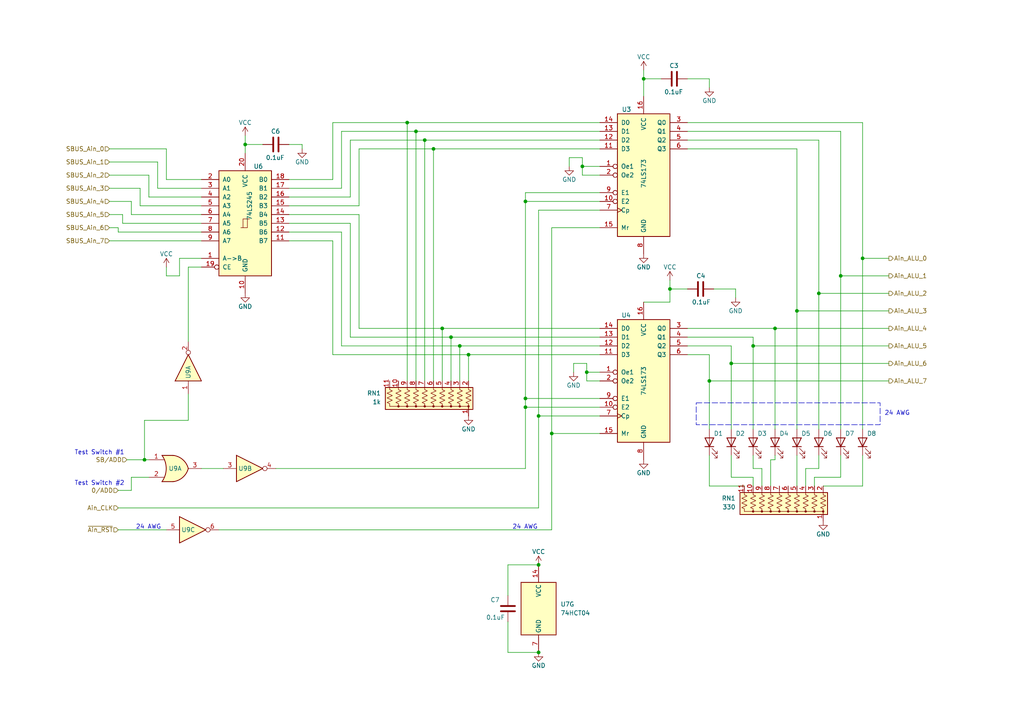
<source format=kicad_sch>
(kicad_sch (version 20230121) (generator eeschema)
  (paper "A4")
  (title_block (title "PRP-6502 -- ALU : A Input Register") (date "2023-07-06") (rev "1") (company "PRP-DIY"))
  (lib_symbols
    (symbol "74xx:74HCT04"
      (property "Reference" "U" (at 0 1.27 0))
      (property "Value" "74HCT04" (at 0 -1.27 0))
      (symbol "74HCT04_1_0"
        (polyline (pts (xy -3.81 3.81) (xy -3.81 -3.81) (xy 3.81 0) (xy -3.81 3.81)) (stroke (width 0.254)) (fill (type background)))
        (pin input line (at -7.62 0 0) (length 3.81) (name "~") (number "1"))
        (pin output inverted (at 7.62 0 180) (length 3.81) (name "~") (number "2"))
      )
      (symbol "74HCT04_2_0"
        (polyline (pts (xy -3.81 3.81) (xy -3.81 -3.81) (xy 3.81 0) (xy -3.81 3.81)) (stroke (width 0.254)) (fill (type background)))
        (pin input line (at -7.62 0 0) (length 3.81) (name "~") (number "3"))
        (pin output inverted (at 7.62 0 180) (length 3.81) (name "~") (number "4"))
      )
      (symbol "74HCT04_3_0"
        (polyline (pts (xy -3.81 3.81) (xy -3.81 -3.81) (xy 3.81 0) (xy -3.81 3.81)) (stroke (width 0.254)) (fill (type background)))
        (pin input line (at -7.62 0 0) (length 3.81) (name "~") (number "5"))
        (pin output inverted (at 7.62 0 180) (length 3.81) (name "~") (number "6"))
      )
      (symbol "74HCT04_4_0"
        (polyline (pts (xy -3.81 3.81) (xy -3.81 -3.81) (xy 3.81 0) (xy -3.81 3.81)) (stroke (width 0.254)) (fill (type background)))
        (pin output inverted (at 7.62 0 180) (length 3.81) (name "~") (number "8"))
        (pin input line (at -7.62 0 0) (length 3.81) (name "~") (number "9"))
      )
      (symbol "74HCT04_5_0"
        (polyline (pts (xy -3.81 3.81) (xy -3.81 -3.81) (xy 3.81 0) (xy -3.81 3.81)) (stroke (width 0.254)) (fill (type background)))
        (pin output inverted (at 7.62 0 180) (length 3.81) (name "~") (number "10"))
        (pin input line (at -7.62 0 0) (length 3.81) (name "~") (number "11"))
      )
      (symbol "74HCT04_6_0"
        (polyline (pts (xy -3.81 3.81) (xy -3.81 -3.81) (xy 3.81 0) (xy -3.81 3.81)) (stroke (width 0.254)) (fill (type background)))
        (pin output inverted (at 7.62 0 180) (length 3.81) (name "~") (number "12"))
        (pin input line (at -7.62 0 0) (length 3.81) (name "~") (number "13"))
      )
      (symbol "74HCT04_7_0"
        (pin power_in line (at 0 12.7 270) (length 5.08) (name "VCC") (number "14"))
        (pin power_in line (at 0 -12.7 90) (length 5.08) (name "GND") (number "7"))
      )
      (symbol "74HCT04_7_1"
        (rectangle (start -5.08 7.62) (end 5.08 -7.62) (stroke (width 0.254)) (fill (type background)))
      )
    )
    (symbol "74xx:74LS04"
      (property "Reference" "U" (at 0 1.27 0))
      (property "Value" "74LS04" (at 0 -1.27 0))
      (symbol "74LS04_1_0"
        (polyline (pts (xy -3.81 3.81) (xy -3.81 -3.81) (xy 3.81 0) (xy -3.81 3.81)) (stroke (width 0.254)) (fill (type background)))
        (pin input line (at -7.62 0 0) (length 3.81) (name "~") (number "1"))
        (pin output inverted (at 7.62 0 180) (length 3.81) (name "~") (number "2"))
      )
      (symbol "74LS04_2_0"
        (polyline (pts (xy -3.81 3.81) (xy -3.81 -3.81) (xy 3.81 0) (xy -3.81 3.81)) (stroke (width 0.254)) (fill (type background)))
        (pin input line (at -7.62 0 0) (length 3.81) (name "~") (number "3"))
        (pin output inverted (at 7.62 0 180) (length 3.81) (name "~") (number "4"))
      )
      (symbol "74LS04_3_0"
        (polyline (pts (xy -3.81 3.81) (xy -3.81 -3.81) (xy 3.81 0) (xy -3.81 3.81)) (stroke (width 0.254)) (fill (type background)))
        (pin input line (at -7.62 0 0) (length 3.81) (name "~") (number "5"))
        (pin output inverted (at 7.62 0 180) (length 3.81) (name "~") (number "6"))
      )
      (symbol "74LS04_4_0"
        (polyline (pts (xy -3.81 3.81) (xy -3.81 -3.81) (xy 3.81 0) (xy -3.81 3.81)) (stroke (width 0.254)) (fill (type background)))
        (pin output inverted (at 7.62 0 180) (length 3.81) (name "~") (number "8"))
        (pin input line (at -7.62 0 0) (length 3.81) (name "~") (number "9"))
      )
      (symbol "74LS04_5_0"
        (polyline (pts (xy -3.81 3.81) (xy -3.81 -3.81) (xy 3.81 0) (xy -3.81 3.81)) (stroke (width 0.254)) (fill (type background)))
        (pin output inverted (at 7.62 0 180) (length 3.81) (name "~") (number "10"))
        (pin input line (at -7.62 0 0) (length 3.81) (name "~") (number "11"))
      )
      (symbol "74LS04_6_0"
        (polyline (pts (xy -3.81 3.81) (xy -3.81 -3.81) (xy 3.81 0) (xy -3.81 3.81)) (stroke (width 0.254)) (fill (type background)))
        (pin output inverted (at 7.62 0 180) (length 3.81) (name "~") (number "12"))
        (pin input line (at -7.62 0 0) (length 3.81) (name "~") (number "13"))
      )
      (symbol "74LS04_7_0"
        (pin power_in line (at 0 12.7 270) (length 5.08) (name "VCC") (number "14"))
        (pin power_in line (at 0 -12.7 90) (length 5.08) (name "GND") (number "7"))
      )
      (symbol "74LS04_7_1"
        (rectangle (start -5.08 7.62) (end 5.08 -7.62) (stroke (width 0.254)) (fill (type background)))
      )
    )
    (symbol "74xx:74LS173" (pin_names (offset 1.016))
      (property "Reference" "U" (at -7.62 19.05 0))
      (property "Value" "74LS173" (at -7.62 -19.05 0))
      (symbol "74LS173_1_0"
        (pin input inverted (at -12.7 2.54 0) (length 5.08) (name "Oe1") (number "1"))
        (pin input inverted (at -12.7 -7.62 0) (length 5.08) (name "E2") (number "10"))
        (pin input line (at -12.7 7.62 0) (length 5.08) (name "D3") (number "11"))
        (pin input line (at -12.7 10.16 0) (length 5.08) (name "D2") (number "12"))
        (pin input line (at -12.7 12.7 0) (length 5.08) (name "D1") (number "13"))
        (pin input line (at -12.7 15.24 0) (length 5.08) (name "D0") (number "14"))
        (pin input line (at -12.7 -15.24 0) (length 5.08) (name "Mr") (number "15"))
        (pin power_in line (at 0 22.86 270) (length 5.08) (name "VCC") (number "16"))
        (pin input inverted (at -12.7 0 0) (length 5.08) (name "Oe2") (number "2"))
        (pin tri_state line (at 12.7 15.24 180) (length 5.08) (name "Q0") (number "3"))
        (pin tri_state line (at 12.7 12.7 180) (length 5.08) (name "Q1") (number "4"))
        (pin tri_state line (at 12.7 10.16 180) (length 5.08) (name "Q2") (number "5"))
        (pin tri_state line (at 12.7 7.62 180) (length 5.08) (name "Q3") (number "6"))
        (pin input clock (at -12.7 -10.16 0) (length 5.08) (name "Cp") (number "7"))
        (pin power_in line (at 0 -22.86 90) (length 5.08) (name "GND") (number "8"))
        (pin input inverted (at -12.7 -5.08 0) (length 5.08) (name "E1") (number "9"))
      )
      (symbol "74LS173_1_1"
        (rectangle (start -7.62 17.78) (end 7.62 -17.78) (stroke (width 0.254)) (fill (type background)))
      )
    )
    (symbol "74xx:74LS245" (pin_names (offset 1.016))
      (property "Reference" "U" (at -7.62 16.51 0))
      (property "Value" "74LS245" (at -7.62 -16.51 0))
      (symbol "74LS245_1_0"
        (polyline (pts (xy -0.635 -1.27) (xy -0.635 1.27) (xy 0.635 1.27)))
        (polyline (pts (xy -1.27 -1.27) (xy 0.635 -1.27) (xy 0.635 1.27) (xy 1.27 1.27)))
        (pin input line (at -12.7 -10.16 0) (length 5.08) (name "A->B") (number "1"))
        (pin power_in line (at 0 -20.32 90) (length 5.08) (name "GND") (number "10"))
        (pin tri_state line (at 12.7 -5.08 180) (length 5.08) (name "B7") (number "11"))
        (pin tri_state line (at 12.7 -2.54 180) (length 5.08) (name "B6") (number "12"))
        (pin tri_state line (at 12.7 0 180) (length 5.08) (name "B5") (number "13"))
        (pin tri_state line (at 12.7 2.54 180) (length 5.08) (name "B4") (number "14"))
        (pin tri_state line (at 12.7 5.08 180) (length 5.08) (name "B3") (number "15"))
        (pin tri_state line (at 12.7 7.62 180) (length 5.08) (name "B2") (number "16"))
        (pin tri_state line (at 12.7 10.16 180) (length 5.08) (name "B1") (number "17"))
        (pin tri_state line (at 12.7 12.7 180) (length 5.08) (name "B0") (number "18"))
        (pin input inverted (at -12.7 -12.7 0) (length 5.08) (name "CE") (number "19"))
        (pin tri_state line (at -12.7 12.7 0) (length 5.08) (name "A0") (number "2"))
        (pin power_in line (at 0 20.32 270) (length 5.08) (name "VCC") (number "20"))
        (pin tri_state line (at -12.7 10.16 0) (length 5.08) (name "A1") (number "3"))
        (pin tri_state line (at -12.7 7.62 0) (length 5.08) (name "A2") (number "4"))
        (pin tri_state line (at -12.7 5.08 0) (length 5.08) (name "A3") (number "5"))
        (pin tri_state line (at -12.7 2.54 0) (length 5.08) (name "A4") (number "6"))
        (pin tri_state line (at -12.7 0 0) (length 5.08) (name "A5") (number "7"))
        (pin tri_state line (at -12.7 -2.54 0) (length 5.08) (name "A6") (number "8"))
        (pin tri_state line (at -12.7 -5.08 0) (length 5.08) (name "A7") (number "9"))
      )
      (symbol "74LS245_1_1"
        (rectangle (start -7.62 15.24) (end 7.62 -15.24) (stroke (width 0.254)) (fill (type background)))
      )
    )
    (symbol "74xx:74LS32" (pin_names (offset 1.016))
      (property "Reference" "U" (at 0 1.27 0))
      (property "Value" "74LS32" (at 0 -1.27 0))
      (symbol "74LS32_1_1"
        (arc (start -3.81 -3.81) (mid -2.589 0) (end -3.81 3.81) (stroke (width 0.254)))
        (arc (start -0.6096 -3.81) (mid 2.1842 -2.5851) (end 3.81 0) (stroke (width 0.254)) (fill (type background)))
        (polyline (pts (xy -3.81 -3.81) (xy -0.635 -3.81)) (stroke (width 0.254)) (fill (type background)))
        (polyline (pts (xy -3.81 3.81) (xy -0.635 3.81)) (stroke (width 0.254)) (fill (type background)))
        (polyline (pts (xy -0.635 3.81) (xy -3.81 3.81) (xy -3.81 3.81) (xy -3.556 3.4036) (xy -3.0226 2.2606) (xy -2.6924 1.0414) (xy -2.6162 -0.254) (xy -2.7686 -1.4986) (xy -3.175 -2.7178) (xy -3.81 -3.81) (xy -3.81 -3.81) (xy -0.635 -3.81)) (stroke (width -25.4)) (fill (type background)))
        (arc (start 3.81 0) (mid 2.1915 2.5936) (end -0.6096 3.81) (stroke (width 0.254)) (fill (type background)))
        (pin input line (at -7.62 2.54 0) (length 4.318) (name "~") (number "1"))
        (pin input line (at -7.62 -2.54 0) (length 4.318) (name "~") (number "2"))
        (pin output line (at 7.62 0 180) (length 3.81) (name "~") (number "3"))
      )
      (symbol "74LS32_1_2"
        (arc (start 0 -3.81) (mid 3.7934 0) (end 0 3.81) (stroke (width 0.254)) (fill (type background)))
        (polyline (pts (xy 0 3.81) (xy -3.81 3.81) (xy -3.81 -3.81) (xy 0 -3.81)) (stroke (width 0.254)) (fill (type background)))
        (pin input inverted (at -7.62 2.54 0) (length 3.81) (name "~") (number "1"))
        (pin input inverted (at -7.62 -2.54 0) (length 3.81) (name "~") (number "2"))
        (pin output inverted (at 7.62 0 180) (length 3.81) (name "~") (number "3"))
      )
      (symbol "74LS32_2_1"
        (arc (start -3.81 -3.81) (mid -2.589 0) (end -3.81 3.81) (stroke (width 0.254)))
        (arc (start -0.6096 -3.81) (mid 2.1842 -2.5851) (end 3.81 0) (stroke (width 0.254)) (fill (type background)))
        (polyline (pts (xy -3.81 -3.81) (xy -0.635 -3.81)) (stroke (width 0.254)) (fill (type background)))
        (polyline (pts (xy -3.81 3.81) (xy -0.635 3.81)) (stroke (width 0.254)) (fill (type background)))
        (polyline (pts (xy -0.635 3.81) (xy -3.81 3.81) (xy -3.81 3.81) (xy -3.556 3.4036) (xy -3.0226 2.2606) (xy -2.6924 1.0414) (xy -2.6162 -0.254) (xy -2.7686 -1.4986) (xy -3.175 -2.7178) (xy -3.81 -3.81) (xy -3.81 -3.81) (xy -0.635 -3.81)) (stroke (width -25.4)) (fill (type background)))
        (arc (start 3.81 0) (mid 2.1915 2.5936) (end -0.6096 3.81) (stroke (width 0.254)) (fill (type background)))
        (pin input line (at -7.62 2.54 0) (length 4.318) (name "~") (number "4"))
        (pin input line (at -7.62 -2.54 0) (length 4.318) (name "~") (number "5"))
        (pin output line (at 7.62 0 180) (length 3.81) (name "~") (number "6"))
      )
      (symbol "74LS32_2_2"
        (arc (start 0 -3.81) (mid 3.7934 0) (end 0 3.81) (stroke (width 0.254)) (fill (type background)))
        (polyline (pts (xy 0 3.81) (xy -3.81 3.81) (xy -3.81 -3.81) (xy 0 -3.81)) (stroke (width 0.254)) (fill (type background)))
        (pin input inverted (at -7.62 2.54 0) (length 3.81) (name "~") (number "4"))
        (pin input inverted (at -7.62 -2.54 0) (length 3.81) (name "~") (number "5"))
        (pin output inverted (at 7.62 0 180) (length 3.81) (name "~") (number "6"))
      )
      (symbol "74LS32_3_1"
        (arc (start -3.81 -3.81) (mid -2.589 0) (end -3.81 3.81) (stroke (width 0.254)))
        (arc (start -0.6096 -3.81) (mid 2.1842 -2.5851) (end 3.81 0) (stroke (width 0.254)) (fill (type background)))
        (polyline (pts (xy -3.81 -3.81) (xy -0.635 -3.81)) (stroke (width 0.254)) (fill (type background)))
        (polyline (pts (xy -3.81 3.81) (xy -0.635 3.81)) (stroke (width 0.254)) (fill (type background)))
        (polyline (pts (xy -0.635 3.81) (xy -3.81 3.81) (xy -3.81 3.81) (xy -3.556 3.4036) (xy -3.0226 2.2606) (xy -2.6924 1.0414) (xy -2.6162 -0.254) (xy -2.7686 -1.4986) (xy -3.175 -2.7178) (xy -3.81 -3.81) (xy -3.81 -3.81) (xy -0.635 -3.81)) (stroke (width -25.4)) (fill (type background)))
        (arc (start 3.81 0) (mid 2.1915 2.5936) (end -0.6096 3.81) (stroke (width 0.254)) (fill (type background)))
        (pin input line (at -7.62 -2.54 0) (length 4.318) (name "~") (number "10"))
        (pin output line (at 7.62 0 180) (length 3.81) (name "~") (number "8"))
        (pin input line (at -7.62 2.54 0) (length 4.318) (name "~") (number "9"))
      )
      (symbol "74LS32_3_2"
        (arc (start 0 -3.81) (mid 3.7934 0) (end 0 3.81) (stroke (width 0.254)) (fill (type background)))
        (polyline (pts (xy 0 3.81) (xy -3.81 3.81) (xy -3.81 -3.81) (xy 0 -3.81)) (stroke (width 0.254)) (fill (type background)))
        (pin input inverted (at -7.62 -2.54 0) (length 3.81) (name "~") (number "10"))
        (pin output inverted (at 7.62 0 180) (length 3.81) (name "~") (number "8"))
        (pin input inverted (at -7.62 2.54 0) (length 3.81) (name "~") (number "9"))
      )
      (symbol "74LS32_4_1"
        (arc (start -3.81 -3.81) (mid -2.589 0) (end -3.81 3.81) (stroke (width 0.254)))
        (arc (start -0.6096 -3.81) (mid 2.1842 -2.5851) (end 3.81 0) (stroke (width 0.254)) (fill (type background)))
        (polyline (pts (xy -3.81 -3.81) (xy -0.635 -3.81)) (stroke (width 0.254)) (fill (type background)))
        (polyline (pts (xy -3.81 3.81) (xy -0.635 3.81)) (stroke (width 0.254)) (fill (type background)))
        (polyline (pts (xy -0.635 3.81) (xy -3.81 3.81) (xy -3.81 3.81) (xy -3.556 3.4036) (xy -3.0226 2.2606) (xy -2.6924 1.0414) (xy -2.6162 -0.254) (xy -2.7686 -1.4986) (xy -3.175 -2.7178) (xy -3.81 -3.81) (xy -3.81 -3.81) (xy -0.635 -3.81)) (stroke (width -25.4)) (fill (type background)))
        (arc (start 3.81 0) (mid 2.1915 2.5936) (end -0.6096 3.81) (stroke (width 0.254)) (fill (type background)))
        (pin output line (at 7.62 0 180) (length 3.81) (name "~") (number "11"))
        (pin input line (at -7.62 2.54 0) (length 4.318) (name "~") (number "12"))
        (pin input line (at -7.62 -2.54 0) (length 4.318) (name "~") (number "13"))
      )
      (symbol "74LS32_4_2"
        (arc (start 0 -3.81) (mid 3.7934 0) (end 0 3.81) (stroke (width 0.254)) (fill (type background)))
        (polyline (pts (xy 0 3.81) (xy -3.81 3.81) (xy -3.81 -3.81) (xy 0 -3.81)) (stroke (width 0.254)) (fill (type background)))
        (pin output inverted (at 7.62 0 180) (length 3.81) (name "~") (number "11"))
        (pin input inverted (at -7.62 2.54 0) (length 3.81) (name "~") (number "12"))
        (pin input inverted (at -7.62 -2.54 0) (length 3.81) (name "~") (number "13"))
      )
      (symbol "74LS32_5_0"
        (pin power_in line (at 0 12.7 270) (length 5.08) (name "VCC") (number "14"))
        (pin power_in line (at 0 -12.7 90) (length 5.08) (name "GND") (number "7"))
      )
      (symbol "74LS32_5_1"
        (rectangle (start -5.08 7.62) (end 5.08 -7.62) (stroke (width 0.254)) (fill (type background)))
      )
    )
    (symbol "Device:C" (pin_numbers hide) (pin_names (offset 0.254))
      (property "Reference" "C" (at 0.635 2.54 0))
      (property "Value" "C" (at 0.635 -2.54 0))
      (symbol "C_0_1"
        (polyline (pts (xy -2.032 -0.762) (xy 2.032 -0.762)) (stroke (width 0.508)))
        (polyline (pts (xy -2.032 0.762) (xy 2.032 0.762)) (stroke (width 0.508)))
      )
      (symbol "C_1_1"
        (pin passive line (at 0 3.81 270) (length 2.794) (name "~") (number "1"))
        (pin passive line (at 0 -3.81 90) (length 2.794) (name "~") (number "2"))
      )
    )
    (symbol "Device:LED" (pin_numbers hide) (pin_names (offset 1.016) hide)
      (property "Reference" "D" (at 0 2.54 0))
      (property "Value" "LED" (at 0 -2.54 0))
      (symbol "LED_0_1"
        (polyline (pts (xy -1.27 -1.27) (xy -1.27 1.27)) (stroke (width 0.254)))
        (polyline (pts (xy -1.27 0) (xy 1.27 0)))
        (polyline (pts (xy 1.27 -1.27) (xy 1.27 1.27) (xy -1.27 0) (xy 1.27 -1.27)) (stroke (width 0.254)))
        (polyline (pts (xy -3.048 -0.762) (xy -4.572 -2.286) (xy -3.81 -2.286) (xy -4.572 -2.286) (xy -4.572 -1.524)))
        (polyline (pts (xy -1.778 -0.762) (xy -3.302 -2.286) (xy -2.54 -2.286) (xy -3.302 -2.286) (xy -3.302 -1.524)))
      )
      (symbol "LED_1_1"
        (pin passive line (at -3.81 0 0) (length 2.54) (name "K") (number "1"))
        (pin passive line (at 3.81 0 180) (length 2.54) (name "A") (number "2"))
      )
    )
    (symbol "Device:R_Network10_US" (pin_names (offset 0) hide)
      (property "Reference" "RN" (at -15.24 0 90))
      (property "Value" "R_Network10_US" (at 12.7 0 90))
      (symbol "R_Network10_US_0_1"
        (rectangle (start -13.97 -3.175) (end 11.43 3.175) (stroke (width 0.254)) (fill (type background)))
        (circle (center -12.7 2.286) (radius 0.254) (fill (type outline)))
        (circle (center -10.16 2.286) (radius 0.254) (fill (type outline)))
        (circle (center -7.62 2.286) (radius 0.254) (fill (type outline)))
        (circle (center -5.08 2.286) (radius 0.254) (fill (type outline)))
        (circle (center -2.54 2.286) (radius 0.254) (fill (type outline)))
        (polyline (pts (xy -12.7 2.286) (xy 10.16 2.286)))
        (polyline (pts (xy -12.7 2.286) (xy -12.7 1.524) (xy -11.938 1.1684) (xy -13.462 0.508) (xy -11.938 -0.1524) (xy -13.462 -0.8382) (xy -11.938 -1.524) (xy -13.462 -2.1844) (xy -12.7 -2.54) (xy -12.7 -3.81)))
        (polyline (pts (xy -10.16 2.286) (xy -10.16 1.524) (xy -9.398 1.1684) (xy -10.922 0.508) (xy -9.398 -0.1524) (xy -10.922 -0.8382) (xy -9.398 -1.524) (xy -10.922 -2.1844) (xy -10.16 -2.54) (xy -10.16 -3.81)))
        (polyline (pts (xy -7.62 2.286) (xy -7.62 1.524) (xy -6.858 1.1684) (xy -8.382 0.508) (xy -6.858 -0.1524) (xy -8.382 -0.8382) (xy -6.858 -1.524) (xy -8.382 -2.1844) (xy -7.62 -2.54) (xy -7.62 -3.81)))
        (polyline (pts (xy -5.08 2.286) (xy -5.08 1.524) (xy -4.318 1.1684) (xy -5.842 0.508) (xy -4.318 -0.1524) (xy -5.842 -0.8382) (xy -4.318 -1.524) (xy -5.842 -2.1844) (xy -5.08 -2.54) (xy -5.08 -3.81)))
        (polyline (pts (xy -2.54 2.286) (xy -2.54 1.524) (xy -1.778 1.1684) (xy -3.302 0.508) (xy -1.778 -0.1524) (xy -3.302 -0.8382) (xy -1.778 -1.524) (xy -3.302 -2.1844) (xy -2.54 -2.54) (xy -2.54 -3.81)))
        (polyline (pts (xy 0 2.286) (xy 0 1.524) (xy 0.762 1.1684) (xy -0.762 0.508) (xy 0.762 -0.1524) (xy -0.762 -0.8382) (xy 0.762 -1.524) (xy -0.762 -2.1844) (xy 0 -2.54) (xy 0 -3.81)))
        (polyline (pts (xy 2.54 2.286) (xy 2.54 1.524) (xy 3.302 1.1684) (xy 1.778 0.508) (xy 3.302 -0.1524) (xy 1.778 -0.8382) (xy 3.302 -1.524) (xy 1.778 -2.1844) (xy 2.54 -2.54) (xy 2.54 -3.81)))
        (polyline (pts (xy 5.08 2.286) (xy 5.08 1.524) (xy 5.842 1.1684) (xy 4.318 0.508) (xy 5.842 -0.1524) (xy 4.318 -0.8382) (xy 5.842 -1.524) (xy 4.318 -2.1844) (xy 5.08 -2.54) (xy 5.08 -3.81)))
        (polyline (pts (xy 7.62 2.286) (xy 7.62 1.524) (xy 8.382 1.1684) (xy 6.858 0.508) (xy 8.382 -0.1524) (xy 6.858 -0.8382) (xy 8.382 -1.524) (xy 6.858 -2.1844) (xy 7.62 -2.54) (xy 7.62 -3.81)))
        (polyline (pts (xy 10.16 2.286) (xy 10.16 1.524) (xy 10.922 1.1684) (xy 9.398 0.508) (xy 10.922 -0.1524) (xy 9.398 -0.8382) (xy 10.922 -1.524) (xy 9.398 -2.1844) (xy 10.16 -2.54) (xy 10.16 -3.81)))
        (circle (center 0 2.286) (radius 0.254) (fill (type outline)))
        (circle (center 2.54 2.286) (radius 0.254) (fill (type outline)))
        (circle (center 5.08 2.286) (radius 0.254) (fill (type outline)))
        (circle (center 7.62 2.286) (radius 0.254) (fill (type outline)))
      )
      (symbol "R_Network10_US_1_1"
        (pin passive line (at -12.7 5.08 270) (length 2.54) (name "common") (number "1"))
        (pin passive line (at 7.62 -5.08 90) (length 1.27) (name "R9") (number "10"))
        (pin passive line (at 10.16 -5.08 90) (length 1.27) (name "R10") (number "11"))
        (pin passive line (at -12.7 -5.08 90) (length 1.27) (name "R1") (number "2"))
        (pin passive line (at -10.16 -5.08 90) (length 1.27) (name "R2") (number "3"))
        (pin passive line (at -7.62 -5.08 90) (length 1.27) (name "R3") (number "4"))
        (pin passive line (at -5.08 -5.08 90) (length 1.27) (name "R4") (number "5"))
        (pin passive line (at -2.54 -5.08 90) (length 1.27) (name "R5") (number "6"))
        (pin passive line (at 0 -5.08 90) (length 1.27) (name "R6") (number "7"))
        (pin passive line (at 2.54 -5.08 90) (length 1.27) (name "R7") (number "8"))
        (pin passive line (at 5.08 -5.08 90) (length 1.27) (name "R8") (number "9"))
      )
    )
    (symbol "power:GND" (power) (pin_names (offset 0))
      (property "Value" "GND" (at 0 -3.81 0))
      (symbol "GND_0_1"
        (polyline (pts (xy 0 0) (xy 0 -1.27) (xy 1.27 -1.27) (xy 0 -2.54) (xy -1.27 -1.27) (xy 0 -1.27)))
      )
      (symbol "GND_1_1"
        (pin power_in line (at 0 0 270) (length 0) hide (name "GND") (number "1"))
      )
    )
    (symbol "power:VCC" (power) (pin_names (offset 0))
      (property "Value" "VCC" (at 0 3.81 0))
      (symbol "VCC_0_1"
        (polyline (pts (xy -0.762 1.27) (xy 0 2.54)))
        (polyline (pts (xy 0 0) (xy 0 2.54)))
        (polyline (pts (xy 0 2.54) (xy 0.762 1.27)))
      )
      (symbol "VCC_1_1"
        (pin power_in line (at 0 0 90) (length 0) hide (name "VCC") (number "1"))
      )
    )
  )
  (junction (at 152.4 58.42))
  (junction (at 205.74 110.49))
  (junction (at 71.12 41.91))
  (junction (at 133.35 100.33))
  (junction (at 120.65 38.1))
  (junction (at 128.27 95.25))
  (junction (at 224.79 95.25))
  (junction (at 231.14 90.17))
  (junction (at 168.91 48.26))
  (junction (at 156.21 120.65))
  (junction (at 125.73 43.18))
  (junction (at 170.18 107.95))
  (junction (at 130.81 97.79))
  (junction (at 152.4 118.11))
  (junction (at 156.21 163.83))
  (junction (at 123.19 40.64))
  (junction (at 243.84 80.01))
  (junction (at 250.19 74.93))
  (junction (at 156.21 189.23))
  (junction (at 218.44 100.33))
  (junction (at 194.31 83.82))
  (junction (at 212.09 105.41))
  (junction (at 118.11 35.56))
  (junction (at 237.49 85.09))
  (junction (at 160.02 125.73))
  (junction (at 41.91 133.35))
  (junction (at 135.89 102.87))
  (junction (at 152.4 115.57))
  (junction (at 186.69 22.86))
  (wire (pts (xy 156.21 120.65) (xy 156.21 147.32)))
  (wire (pts (xy 238.76 140.97) (xy 250.19 140.97)))
  (wire (pts (xy 224.79 133.35) (xy 224.79 132.08)))
  (wire (pts (xy 173.99 50.8) (xy 168.91 50.8)))
  (wire (pts (xy 54.61 114.3) (xy 54.61 121.92)))
  (wire (pts (xy 38.1 58.42) (xy 31.75 58.42)))
  (wire (pts (xy 34.29 66.04) (xy 31.75 66.04)))
  (wire (pts (xy 205.74 110.49) (xy 257.81 110.49)))
  (wire (pts (xy 104.14 62.23) (xy 83.82 62.23)))
  (wire (pts (xy 224.79 95.25) (xy 224.79 124.46)))
  (wire (pts (xy 58.42 67.31) (xy 34.29 67.31)))
  (wire (pts (xy 199.39 22.86) (xy 205.74 22.86)))
  (wire (pts (xy 41.91 121.92) (xy 41.91 133.35)))
  (wire (pts (xy 168.91 45.72) (xy 165.1 45.72)))
  (wire (pts (xy 58.42 52.07) (xy 48.26 52.07)))
  (wire (pts (xy 48.26 43.18) (xy 31.75 43.18)))
  (wire (pts (xy 243.84 38.1) (xy 243.84 80.01)))
  (wire (pts (xy 104.14 95.25) (xy 104.14 62.23)))
  (wire (pts (xy 147.32 172.72) (xy 147.32 163.83)))
  (wire (pts (xy 83.82 52.07) (xy 96.52 52.07)))
  (wire (pts (xy 220.98 140.97) (xy 220.98 135.89)))
  (wire (pts (xy 152.4 118.11) (xy 152.4 135.89)))
  (wire (pts (xy 58.42 59.69) (xy 40.64 59.69)))
  (wire (pts (xy 250.19 35.56) (xy 250.19 74.93)))
  (wire (pts (xy 199.39 38.1) (xy 243.84 38.1)))
  (wire (pts (xy 218.44 97.79) (xy 218.44 100.33)))
  (wire (pts (xy 231.14 90.17) (xy 231.14 124.46)))
  (wire (pts (xy 156.21 120.65) (xy 173.99 120.65)))
  (wire (pts (xy 54.61 77.47) (xy 58.42 77.47)))
  (wire (pts (xy 71.12 41.91) (xy 76.2 41.91)))
  (wire (pts (xy 147.32 180.34) (xy 147.32 189.23)))
  (wire (pts (xy 212.09 138.43) (xy 212.09 132.08)))
  (wire (pts (xy 173.99 102.87) (xy 135.89 102.87)))
  (wire (pts (xy 34.29 147.32) (xy 156.21 147.32)))
  (wire (pts (xy 34.29 67.31) (xy 34.29 66.04)))
  (wire (pts (xy 173.99 60.96) (xy 156.21 60.96)))
  (wire (pts (xy 218.44 138.43) (xy 212.09 138.43)))
  (wire (pts (xy 220.98 135.89) (xy 218.44 135.89)))
  (wire (pts (xy 170.18 107.95) (xy 173.99 107.95)))
  (wire (pts (xy 125.73 43.18) (xy 125.73 110.49)))
  (wire (pts (xy 207.01 83.82) (xy 213.36 83.82)))
  (wire (pts (xy 236.22 138.43) (xy 243.84 138.43)))
  (wire (pts (xy 205.74 22.86) (xy 205.74 25.4)))
  (wire (pts (xy 101.6 57.15) (xy 83.82 57.15)))
  (wire (pts (xy 156.21 60.96) (xy 156.21 120.65)))
  (wire (pts (xy 199.39 35.56) (xy 250.19 35.56)))
  (wire (pts (xy 58.42 54.61) (xy 45.72 54.61)))
  (wire (pts (xy 199.39 102.87) (xy 205.74 102.87)))
  (wire (pts (xy 71.12 39.37) (xy 71.12 41.91)))
  (wire (pts (xy 213.36 83.82) (xy 213.36 86.36)))
  (wire (pts (xy 147.32 189.23) (xy 156.21 189.23)))
  (wire (pts (xy 80.01 135.89) (xy 152.4 135.89)))
  (wire (pts (xy 101.6 40.64) (xy 101.6 57.15)))
  (wire (pts (xy 38.1 62.23) (xy 38.1 58.42)))
  (wire (pts (xy 250.19 140.97) (xy 250.19 132.08)))
  (wire (pts (xy 218.44 138.43) (xy 218.44 140.97)))
  (wire (pts (xy 168.91 48.26) (xy 168.91 45.72)))
  (wire (pts (xy 48.26 80.01) (xy 52.07 80.01)))
  (wire (pts (xy 173.99 55.88) (xy 152.4 55.88)))
  (wire (pts (xy 101.6 64.77) (xy 83.82 64.77)))
  (wire (pts (xy 173.99 66.04) (xy 160.02 66.04)))
  (wire (pts (xy 54.61 121.92) (xy 41.91 121.92)))
  (wire (pts (xy 160.02 125.73) (xy 160.02 153.67)))
  (wire (pts (xy 237.49 85.09) (xy 237.49 124.46)))
  (wire (pts (xy 199.39 40.64) (xy 237.49 40.64)))
  (wire (pts (xy 34.29 153.67) (xy 48.26 153.67)))
  (wire (pts (xy 71.12 41.91) (xy 71.12 44.45)))
  (wire (pts (xy 38.1 138.43) (xy 43.18 138.43)))
  (wire (pts (xy 186.69 87.63) (xy 194.31 87.63)))
  (wire (pts (xy 218.44 135.89) (xy 218.44 132.08)))
  (wire (pts (xy 199.39 43.18) (xy 231.14 43.18)))
  (wire (pts (xy 83.82 41.91) (xy 87.63 41.91)))
  (wire (pts (xy 199.39 95.25) (xy 224.79 95.25)))
  (wire (pts (xy 205.74 110.49) (xy 205.74 124.46)))
  (wire (pts (xy 58.42 64.77) (xy 35.56 64.77)))
  (wire (pts (xy 250.19 74.93) (xy 257.81 74.93)))
  (wire (pts (xy 212.09 105.41) (xy 257.81 105.41)))
  (wire (pts (xy 58.42 62.23) (xy 38.1 62.23)))
  (wire (pts (xy 135.89 102.87) (xy 96.52 102.87)))
  (wire (pts (xy 160.02 66.04) (xy 160.02 125.73)))
  (wire (pts (xy 99.06 54.61) (xy 83.82 54.61)))
  (wire (pts (xy 233.68 140.97) (xy 233.68 135.89)))
  (wire (pts (xy 52.07 74.93) (xy 58.42 74.93)))
  (wire (pts (xy 101.6 97.79) (xy 130.81 97.79)))
  (wire (pts (xy 243.84 138.43) (xy 243.84 132.08)))
  (wire (pts (xy 96.52 102.87) (xy 96.52 69.85)))
  (wire (pts (xy 170.18 105.41) (xy 166.37 105.41)))
  (wire (pts (xy 40.64 54.61) (xy 31.75 54.61)))
  (wire (pts (xy 205.74 102.87) (xy 205.74 110.49)))
  (wire (pts (xy 237.49 135.89) (xy 237.49 132.08)))
  (wire (pts (xy 54.61 99.06) (xy 54.61 77.47)))
  (wire (pts (xy 237.49 85.09) (xy 257.81 85.09)))
  (wire (pts (xy 104.14 43.18) (xy 104.14 59.69)))
  (wire (pts (xy 118.11 35.56) (xy 173.99 35.56)))
  (wire (pts (xy 224.79 95.25) (xy 257.81 95.25)))
  (wire (pts (xy 96.52 69.85) (xy 83.82 69.85)))
  (wire (pts (xy 152.4 118.11) (xy 152.4 115.57)))
  (wire (pts (xy 170.18 107.95) (xy 170.18 105.41)))
  (wire (pts (xy 231.14 132.08) (xy 231.14 140.97)))
  (wire (pts (xy 147.32 163.83) (xy 156.21 163.83)))
  (wire (pts (xy 101.6 97.79) (xy 101.6 64.77)))
  (wire (pts (xy 212.09 100.33) (xy 212.09 105.41)))
  (wire (pts (xy 250.19 74.93) (xy 250.19 124.46)))
  (wire (pts (xy 43.18 57.15) (xy 43.18 50.8)))
  (wire (pts (xy 120.65 38.1) (xy 99.06 38.1)))
  (wire (pts (xy 96.52 52.07) (xy 96.52 35.56)))
  (wire (pts (xy 224.79 133.35) (xy 223.52 133.35)))
  (wire (pts (xy 173.99 40.64) (xy 123.19 40.64)))
  (wire (pts (xy 120.65 38.1) (xy 120.65 110.49)))
  (wire (pts (xy 152.4 58.42) (xy 152.4 115.57)))
  (wire (pts (xy 168.91 50.8) (xy 168.91 48.26)))
  (wire (pts (xy 243.84 80.01) (xy 257.81 80.01)))
  (wire (pts (xy 58.42 135.89) (xy 64.77 135.89)))
  (wire (pts (xy 205.74 140.97) (xy 205.74 132.08)))
  (wire (pts (xy 125.73 43.18) (xy 104.14 43.18)))
  (wire (pts (xy 233.68 135.89) (xy 237.49 135.89)))
  (wire (pts (xy 237.49 40.64) (xy 237.49 85.09)))
  (wire (pts (xy 186.69 22.86) (xy 191.77 22.86)))
  (wire (pts (xy 123.19 40.64) (xy 101.6 40.64)))
  (wire (pts (xy 231.14 43.18) (xy 231.14 90.17)))
  (wire (pts (xy 104.14 59.69) (xy 83.82 59.69)))
  (wire (pts (xy 223.52 140.97) (xy 223.52 133.35)))
  (wire (pts (xy 128.27 95.25) (xy 128.27 110.49)))
  (wire (pts (xy 186.69 22.86) (xy 186.69 27.94)))
  (wire (pts (xy 168.91 48.26) (xy 173.99 48.26)))
  (wire (pts (xy 170.18 110.49) (xy 170.18 107.95)))
  (wire (pts (xy 152.4 58.42) (xy 173.99 58.42)))
  (wire (pts (xy 166.37 105.41) (xy 166.37 107.95)))
  (wire (pts (xy 128.27 95.25) (xy 104.14 95.25)))
  (wire (pts (xy 58.42 57.15) (xy 43.18 57.15)))
  (wire (pts (xy 160.02 125.73) (xy 173.99 125.73)))
  (wire (pts (xy 48.26 52.07) (xy 48.26 43.18)))
  (wire (pts (xy 123.19 40.64) (xy 123.19 110.49)))
  (wire (pts (xy 199.39 100.33) (xy 212.09 100.33)))
  (wire (pts (xy 133.35 110.49) (xy 133.35 100.33)))
  (wire (pts (xy 40.64 59.69) (xy 40.64 54.61)))
  (wire (pts (xy 212.09 105.41) (xy 212.09 124.46)))
  (wire (pts (xy 41.91 133.35) (xy 43.18 133.35)))
  (wire (pts (xy 63.5 153.67) (xy 160.02 153.67)))
  (wire (pts (xy 133.35 100.33) (xy 173.99 100.33)))
  (wire (pts (xy 45.72 54.61) (xy 45.72 46.99)))
  (wire (pts (xy 45.72 46.99) (xy 31.75 46.99)))
  (wire (pts (xy 215.9 140.97) (xy 205.74 140.97)))
  (wire (pts (xy 99.06 38.1) (xy 99.06 54.61)))
  (wire (pts (xy 199.39 97.79) (xy 218.44 97.79)))
  (wire (pts (xy 194.31 83.82) (xy 194.31 87.63)))
  (wire (pts (xy 118.11 35.56) (xy 118.11 110.49)))
  (wire (pts (xy 194.31 81.28) (xy 194.31 83.82)))
  (wire (pts (xy 48.26 77.47) (xy 48.26 80.01)))
  (wire (pts (xy 99.06 100.33) (xy 99.06 67.31)))
  (wire (pts (xy 130.81 97.79) (xy 173.99 97.79)))
  (wire (pts (xy 194.31 83.82) (xy 199.39 83.82)))
  (wire (pts (xy 34.29 142.24) (xy 38.1 142.24)))
  (wire (pts (xy 130.81 110.49) (xy 130.81 97.79)))
  (wire (pts (xy 173.99 38.1) (xy 120.65 38.1)))
  (wire (pts (xy 173.99 43.18) (xy 125.73 43.18)))
  (wire (pts (xy 35.56 64.77) (xy 35.56 62.23)))
  (wire (pts (xy 31.75 69.85) (xy 58.42 69.85)))
  (wire (pts (xy 231.14 90.17) (xy 257.81 90.17)))
  (wire (pts (xy 96.52 35.56) (xy 118.11 35.56)))
  (wire (pts (xy 38.1 142.24) (xy 38.1 138.43)))
  (wire (pts (xy 99.06 67.31) (xy 83.82 67.31)))
  (wire (pts (xy 152.4 115.57) (xy 173.99 115.57)))
  (wire (pts (xy 135.89 102.87) (xy 135.89 110.49)))
  (wire (pts (xy 43.18 50.8) (xy 31.75 50.8)))
  (wire (pts (xy 87.63 41.91) (xy 87.63 43.18)))
  (wire (pts (xy 36.83 133.35) (xy 41.91 133.35)))
  (wire (pts (xy 165.1 45.72) (xy 165.1 48.26)))
  (wire (pts (xy 99.06 100.33) (xy 133.35 100.33)))
  (wire (pts (xy 152.4 118.11) (xy 173.99 118.11)))
  (wire (pts (xy 186.69 20.32) (xy 186.69 22.86)))
  (wire (pts (xy 35.56 62.23) (xy 31.75 62.23)))
  (wire (pts (xy 236.22 138.43) (xy 236.22 140.97)))
  (wire (pts (xy 218.44 100.33) (xy 218.44 124.46)))
  (wire (pts (xy 173.99 110.49) (xy 170.18 110.49)))
  (wire (pts (xy 152.4 55.88) (xy 152.4 58.42)))
  (wire (pts (xy 218.44 100.33) (xy 257.81 100.33)))
  (wire (pts (xy 243.84 80.01) (xy 243.84 124.46)))
  (wire (pts (xy 52.07 80.01) (xy 52.07 74.93)))
  (wire (pts (xy 173.99 95.25) (xy 128.27 95.25)))
  (rectangle (start 201.93 116.84) (end 255.27 123.19) (stroke (width 0) (type dash)))
  (text "Test Switch #1" (at 21.59 132.08 0) (effects (font (size 1.27 1.27)) (justify left bottom)))
  (text "24 AWG" (at 39.37 153.67 0) (effects (font (size 1.27 1.27)) (justify left bottom)))
  (text "24 AWG" (at 148.59 153.67 0) (effects (font (size 1.27 1.27)) (justify left bottom)))
  (text "24 AWG" (at 256.54 120.65 0) (effects (font (size 1.27 1.27)) (justify left bottom)))
  (text "Test Switch #2" (at 21.59 140.97 0) (effects (font (size 1.27 1.27)) (justify left bottom)))
  (hierarchical_label "SBUS_Ain_6" (shape input) (at 31.75 66.04 180))
  (hierarchical_label "SBUS_Ain_7" (shape input) (at 31.75 69.85 180))
  (hierarchical_label "Ain_ALU_7" (shape output) (at 257.81 110.49 0))
  (hierarchical_label "Ain_ALU_3" (shape output) (at 257.81 90.17 0))
  (hierarchical_label "SBUS_Ain_4" (shape input) (at 31.75 58.42 180))
  (hierarchical_label "~{Ain_RST}" (shape input) (at 34.29 153.67 180))
  (hierarchical_label "SBUS_Ain_2" (shape input) (at 31.75 50.8 180))
  (hierarchical_label "SBUS_Ain_0" (shape input) (at 31.75 43.18 180))
  (hierarchical_label "0{slash}ADD" (shape input) (at 34.29 142.24 180))
  (hierarchical_label "Ain_ALU_0" (shape output) (at 257.81 74.93 0))
  (hierarchical_label "Ain_CLK" (shape input) (at 34.29 147.32 180))
  (hierarchical_label "Ain_ALU_5" (shape output) (at 257.81 100.33 0))
  (hierarchical_label "SB{slash}ADD" (shape input) (at 36.83 133.35 180))
  (hierarchical_label "Ain_ALU_6" (shape output) (at 257.81 105.41 0))
  (hierarchical_label "SBUS_Ain_3" (shape input) (at 31.75 54.61 180))
  (hierarchical_label "Ain_ALU_4" (shape output) (at 257.81 95.25 0))
  (hierarchical_label "SBUS_Ain_5" (shape input) (at 31.75 62.23 180))
  (hierarchical_label "Ain_ALU_1" (shape output) (at 257.81 80.01 0))
  (hierarchical_label "SBUS_Ain_1" (shape input) (at 31.75 46.99 180))
  (hierarchical_label "Ain_ALU_2" (shape output) (at 257.81 85.09 0))
  (symbol (lib_id "power:VCC") (at 186.69 20.32 0) (unit 1)
    (property "Reference" "#PWR011" (effects hide))
    (property "Value" "VCC" (at 186.69 16.51 0))
    (instances (project "8bit_CPU-V0_1" (path "" (reference "#PWR011") (unit 1)) (path "" (reference "#PWR048") (unit 1))))
  )
  (symbol (lib_id "power:GND") (at 186.69 133.35 0) (unit 1)
    (property "Reference" "#PWR08" (effects hide))
    (property "Value" "GND" (at 186.69 137.16 0))
    (instances (project "8bit_CPU-V0_1" (path "" (reference "#PWR08") (unit 1)) (path "" (reference "#PWR050") (unit 1))))
  )
  (symbol (lib_id "74xx:74HCT04") (at 156.21 176.53 0) (unit 7)
    (property "Reference" "U7" (at 162.56 175.26 0) (effects (justify left)))
    (property "Value" "74HCT04" (at 162.56 177.8 0) (effects (justify left)))
    (property "Datasheet" "https://assets.nexperia.com/documents/data-sheet/74HC_HCT04.pdf" (effects hide))
    (instances (project "8bit_CPU-V0_1" (path "" (reference "U7") (unit 7)) (path "" (reference "U9") (unit 7))))
  )
  (symbol (lib_id "Device:C") (at 195.58 22.86 90) (unit 1)
    (property "Reference" "C3" (at 196.85 19.05 90) (effects (justify left)))
    (property "Value" "0.1uF" (at 198.12 26.67 90) (effects (justify left)))
    (instances (project "8bit_CPU-V0_1" (path "" (reference "C3") (unit 1)) (path "" (reference "C11") (unit 1))))
  )
  (symbol (lib_id "74xx:74LS04") (at 55.88 153.67 0) (unit 3)
    (property "Reference" "U9" (at 54.61 153.67 0))
    (property "Value" "74LS04" (effects hide))
    (property "Datasheet" "http://www.ti.com/lit/gpn/sn74LS04" (effects hide))
  )
  (symbol (lib_id "power:GND") (at 166.37 107.95 0) (unit 1)
    (property "Reference" "#PWR01" (effects hide))
    (property "Value" "GND" (at 166.37 111.76 0))
    (instances (project "8bit_CPU-V0_1" (path "" (reference "#PWR01") (unit 1)) (path "" (reference "#PWR047") (unit 1))))
  )
  (symbol (lib_id "Device:LED") (at 231.14 128.27 90) (unit 1)
    (property "Reference" "D5" (at 232.41 125.73 90) (effects (justify right)))
    (property "Value" "LED" (effects hide))
    (instances (project "8bit_CPU-V0_1" (path "" (reference "D5") (unit 1)) (path "" (reference "D13") (unit 1))))
  )
  (symbol (lib_id "power:GND") (at 156.21 189.23 0) (unit 1)
    (property "Reference" "#PWR015" (effects hide))
    (property "Value" "GND" (at 156.21 193.04 0))
    (instances (project "8bit_CPU-V0_1" (path "" (reference "#PWR015") (unit 1)) (path "" (reference "#PWR093") (unit 1))))
  )
  (symbol (lib_id "power:GND") (at 71.12 85.09 0) (unit 1)
    (property "Reference" "#PWR021" (effects hide))
    (property "Value" "GND" (at 71.12 88.9 0))
    (instances (project "8bit_CPU-V0_1" (path "" (reference "#PWR021") (unit 1)) (path "" (reference "#PWR034") (unit 1))))
  )
  (symbol (lib_id "74xx:74LS04") (at 54.61 106.68 90) (unit 1)
    (property "Reference" "U9" (at 54.61 107.95 0))
    (property "Value" "74LS04" (effects hide))
    (property "Datasheet" "http://www.ti.com/lit/gpn/sn74LS04" (effects hide))
  )
  (symbol (lib_id "power:GND") (at 186.69 73.66 0) (unit 1)
    (property "Reference" "#PWR09" (effects hide))
    (property "Value" "GND" (at 186.69 77.47 0))
    (instances (project "8bit_CPU-V0_1" (path "" (reference "#PWR09") (unit 1)) (path "" (reference "#PWR049") (unit 1))))
  )
  (symbol (lib_id "power:GND") (at 165.1 48.26 0) (unit 1)
    (property "Reference" "#PWR02" (effects hide))
    (property "Value" "GND" (at 165.1 52.07 0))
    (instances (project "8bit_CPU-V0_1" (path "" (reference "#PWR02") (unit 1)) (path "" (reference "#PWR046") (unit 1))))
  )
  (symbol (lib_id "power:GND") (at 87.63 43.18 0) (unit 1)
    (property "Reference" "#PWR017" (effects hide))
    (property "Value" "GND" (at 87.63 46.99 0))
    (instances (project "8bit_CPU-V0_1" (path "" (reference "#PWR017") (unit 1)) (path "" (reference "#PWR038") (unit 1))))
  )
  (symbol (lib_id "power:GND") (at 135.89 120.65 0) (unit 1)
    (property "Reference" "#PWR03" (effects hide))
    (property "Value" "GND" (at 135.89 124.46 0))
    (instances (project "8bit_CPU-V0_1" (path "" (reference "#PWR03") (unit 1)) (path "" (reference "#PWR031") (unit 1))))
  )
  (symbol (lib_id "power:VCC") (at 194.31 81.28 0) (unit 1)
    (property "Reference" "#PWR010" (effects hide))
    (property "Value" "VCC" (at 194.31 77.47 0))
    (instances (project "8bit_CPU-V0_1" (path "" (reference "#PWR010") (unit 1)) (path "" (reference "#PWR051") (unit 1))))
  )
  (symbol (lib_id "Device:LED") (at 212.09 128.27 90) (unit 1)
    (property "Reference" "D2" (at 213.36 125.73 90) (effects (justify right)))
    (property "Value" "LED" (effects hide))
    (instances (project "8bit_CPU-V0_1" (path "" (reference "D2") (unit 1)) (path "" (reference "D10") (unit 1))))
  )
  (symbol (lib_id "Device:LED") (at 250.19 128.27 90) (unit 1)
    (property "Reference" "D8" (at 251.46 125.73 90) (effects (justify right)))
    (property "Value" "LED" (effects hide))
    (instances (project "8bit_CPU-V0_1" (path "" (reference "D8") (unit 1)) (path "" (reference "D16") (unit 1))))
  )
  (symbol (lib_id "power:GND") (at 205.74 25.4 0) (unit 1)
    (property "Reference" "#PWR012" (effects hide))
    (property "Value" "GND" (at 205.74 29.21 0))
    (instances (project "8bit_CPU-V0_1" (path "" (reference "#PWR012") (unit 1)) (path "" (reference "#PWR052") (unit 1))))
  )
  (symbol (lib_id "74xx:74LS173") (at 186.69 110.49 0) (unit 1)
    (property "Reference" "U4" (at 181.61 91.44 0))
    (property "Value" "74LS173" (at 186.69 110.49 90))
    (property "Datasheet" "http://www.ti.com/lit/gpn/sn74LS173" (effects hide))
    (instances (project "8bit_CPU-V0_1" (path "" (reference "U4") (unit 1)) (path "" (reference "U10") (unit 1))))
  )
  (symbol (lib_id "Device:C") (at 203.2 83.82 270) (unit 1)
    (property "Reference" "C4" (at 201.93 80.01 90) (effects (justify left)))
    (property "Value" "0.1uF" (at 200.66 87.63 90) (effects (justify left)))
    (instances (project "8bit_CPU-V0_1" (path "" (reference "C4") (unit 1)) (path "" (reference "C10") (unit 1))))
  )
  (symbol (lib_id "74xx:74LS173") (at 186.69 50.8 0) (unit 1)
    (property "Reference" "U3" (at 180.34 31.75 0) (effects (justify left)))
    (property "Value" "74LS173" (at 186.69 54.61 90) (effects (justify left)))
    (property "Datasheet" "http://www.ti.com/lit/gpn/sn74LS173" (effects hide))
    (instances (project "8bit_CPU-V0_1" (path "" (reference "U3") (unit 1)) (path "" (reference "U11") (unit 1))))
  )
  (symbol (lib_id "power:GND") (at 238.76 151.13 0) (unit 1)
    (property "Reference" "#PWR03" (effects hide))
    (property "Value" "GND" (at 238.76 154.94 0))
    (instances (project "8bit_CPU-V0_1" (path "" (reference "#PWR03") (unit 1)) (path "" (reference "#PWR054") (unit 1))))
  )
  (symbol (lib_id "Device:LED") (at 218.44 128.27 90) (unit 1)
    (property "Reference" "D3" (at 219.71 125.73 90) (effects (justify right)))
    (property "Value" "LED" (effects hide))
    (instances (project "8bit_CPU-V0_1" (path "" (reference "D3") (unit 1)) (path "" (reference "D11") (unit 1))))
  )
  (symbol (lib_id "power:VCC") (at 71.12 39.37 0) (unit 1)
    (property "Reference" "#PWR016" (effects hide))
    (property "Value" "VCC" (at 71.12 35.56 0))
    (instances (project "8bit_CPU-V0_1" (path "" (reference "#PWR016") (unit 1)) (path "" (reference "#PWR035") (unit 1))))
  )
  (symbol (lib_id "power:VCC") (at 48.26 77.47 0) (unit 1)
    (property "Reference" "#PWR022" (effects hide))
    (property "Value" "VCC" (at 48.26 73.66 0))
    (instances (project "8bit_CPU-V0_1" (path "" (reference "#PWR022") (unit 1)) (path "" (reference "#PWR030") (unit 1))))
  )
  (symbol (lib_id "power:VCC") (at 156.21 163.83 0) (unit 1)
    (property "Reference" "#PWR014" (effects hide))
    (property "Value" "VCC" (at 156.21 160.02 0))
    (instances (project "8bit_CPU-V0_1" (path "" (reference "#PWR014") (unit 1)) (path "" (reference "#PWR092") (unit 1))))
  )
  (symbol (lib_id "Device:R_Network10_US") (at 123.19 115.57 180) (unit 1)
    (property "Reference" "RN1" (at 110.49 114.046 0) (effects (justify left)))
    (property "Value" "1k" (at 110.49 116.586 0) (effects (justify left)))
    (property "Footprint" "Resistor_THT:R_Array_SIP11" (effects hide))
    (property "Datasheet" "http://www.vishay.com/docs/31509/csc.pdf" (effects hide))
    (instances (project "8bit_CPU-V0_1" (path "" (reference "RN1") (unit 1)) (path "" (reference "RN2") (unit 1))))
  )
  (symbol (lib_id "Device:LED") (at 243.84 128.27 90) (unit 1)
    (property "Reference" "D7" (at 245.11 125.73 90) (effects (justify right)))
    (property "Value" "LED" (effects hide))
    (instances (project "8bit_CPU-V0_1" (path "" (reference "D7") (unit 1)) (path "" (reference "D15") (unit 1))))
  )
  (symbol (lib_id "power:GND") (at 213.36 86.36 0) (unit 1)
    (property "Reference" "#PWR013" (effects hide))
    (property "Value" "GND" (at 213.36 90.17 0))
    (instances (project "8bit_CPU-V0_1" (path "" (reference "#PWR013") (unit 1)) (path "" (reference "#PWR053") (unit 1))))
  )
  (symbol (lib_id "74xx:74LS245") (at 71.12 64.77 0) (unit 1)
    (property "Reference" "U6" (at 74.93 48.26 0))
    (property "Value" "74LS245" (at 72.39 59.69 90))
    (property "Datasheet" "http://www.ti.com/lit/gpn/sn74LS245" (effects hide))
    (instances (project "8bit_CPU-V0_1" (path "" (reference "U6") (unit 1)) (path "" (reference "U12") (unit 1))))
  )
  (symbol (lib_id "Device:R_Network10_US") (at 226.06 146.05 180) (unit 1)
    (property "Reference" "RN1" (at 213.36 144.526 0) (effects (justify left)))
    (property "Value" "330" (at 213.36 147.066 0) (effects (justify left)))
    (property "Footprint" "Resistor_THT:R_Array_SIP11" (effects hide))
    (property "Datasheet" "http://www.vishay.com/docs/31509/csc.pdf" (effects hide))
    (instances (project "8bit_CPU-V0_1" (path "" (reference "RN1") (unit 1)) (path "" (reference "RN3") (unit 1))))
  )
  (symbol (lib_id "74xx:74LS32") (at 50.8 135.89 0) (unit 1)
    (property "Reference" "U9" (at 50.8 135.89 0))
    (property "Value" "74LS32" (effects hide))
    (property "Datasheet" "http://www.ti.com/lit/gpn/sn74LS32" (effects hide))
    (instances (project "8bit_CPU-V0_1" (path "" (reference "U9") (unit 1)) (path "" (reference "U27") (unit 1))))
  )
  (symbol (lib_id "Device:C") (at 147.32 176.53 0) (unit 1)
    (property "Reference" "C7" (at 142.24 173.99 0) (effects (justify left)))
    (property "Value" "0.1uF" (at 140.97 179.07 0) (effects (justify left)))
    (instances (project "8bit_CPU-V0_1" (path "" (reference "C7") (unit 1)) (path "" (reference "C9") (unit 1))))
  )
  (symbol (lib_id "Device:LED") (at 237.49 128.27 90) (unit 1)
    (property "Reference" "D6" (at 238.76 125.73 90) (effects (justify right)))
    (property "Value" "LED" (effects hide))
    (instances (project "8bit_CPU-V0_1" (path "" (reference "D6") (unit 1)) (path "" (reference "D14") (unit 1))))
  )
  (symbol (lib_id "Device:LED") (at 224.79 128.27 90) (unit 1)
    (property "Reference" "D4" (at 226.06 125.73 90) (effects (justify right)))
    (property "Value" "LED" (effects hide))
    (instances (project "8bit_CPU-V0_1" (path "" (reference "D4") (unit 1)) (path "" (reference "D12") (unit 1))))
  )
  (symbol (lib_id "Device:LED") (at 205.74 128.27 90) (unit 1)
    (property "Reference" "D1" (at 207.01 125.73 90) (effects (justify right)))
    (property "Value" "LED" (effects hide))
    (instances (project "8bit_CPU-V0_1" (path "" (reference "D1") (unit 1)) (path "" (reference "D9") (unit 1))))
  )
  (symbol (lib_id "74xx:74LS04") (at 72.39 135.89 0) (unit 2)
    (property "Reference" "U9" (at 71.12 135.89 0))
    (property "Value" "74LS04" (effects hide))
    (property "Datasheet" "http://www.ti.com/lit/gpn/sn74LS04" (effects hide))
  )
  (symbol (lib_id "Device:C") (at 80.01 41.91 90) (unit 1)
    (property "Reference" "C6" (at 81.28 38.1 90) (effects (justify left)))
    (property "Value" "0.1uF" (at 82.55 45.72 90) (effects (justify left)))
    (instances (project "8bit_CPU-V0_1" (path "" (reference "C6") (unit 1)) (path "" (reference "C12") (unit 1))))
  )
)
</source>
